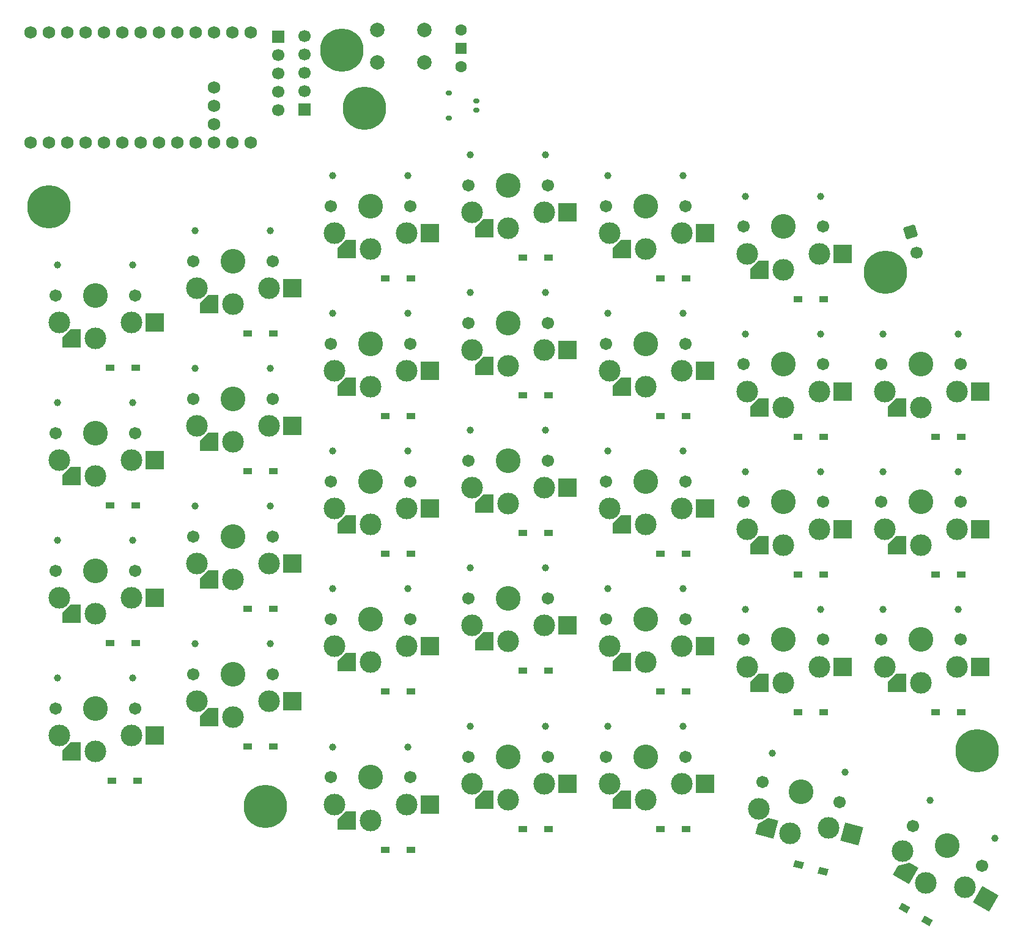
<source format=gbr>
%TF.GenerationSoftware,KiCad,Pcbnew,9.0.1*%
%TF.CreationDate,2025-08-18T00:19:21+02:00*%
%TF.ProjectId,LuMo,4c754d6f-2e6b-4696-9361-645f70636258,rev?*%
%TF.SameCoordinates,Original*%
%TF.FileFunction,Soldermask,Top*%
%TF.FilePolarity,Negative*%
%FSLAX46Y46*%
G04 Gerber Fmt 4.6, Leading zero omitted, Abs format (unit mm)*
G04 Created by KiCad (PCBNEW 9.0.1) date 2025-08-18 00:19:21*
%MOMM*%
%LPD*%
G01*
G04 APERTURE LIST*
G04 Aperture macros list*
%AMRoundRect*
0 Rectangle with rounded corners*
0 $1 Rounding radius*
0 $2 $3 $4 $5 $6 $7 $8 $9 X,Y pos of 4 corners*
0 Add a 4 corners polygon primitive as box body*
4,1,4,$2,$3,$4,$5,$6,$7,$8,$9,$2,$3,0*
0 Add four circle primitives for the rounded corners*
1,1,$1+$1,$2,$3*
1,1,$1+$1,$4,$5*
1,1,$1+$1,$6,$7*
1,1,$1+$1,$8,$9*
0 Add four rect primitives between the rounded corners*
20,1,$1+$1,$2,$3,$4,$5,0*
20,1,$1+$1,$4,$5,$6,$7,0*
20,1,$1+$1,$6,$7,$8,$9,0*
20,1,$1+$1,$8,$9,$2,$3,0*%
%AMRotRect*
0 Rectangle, with rotation*
0 The origin of the aperture is its center*
0 $1 length*
0 $2 width*
0 $3 Rotation angle, in degrees counterclockwise*
0 Add horizontal line*
21,1,$1,$2,0,0,$3*%
%AMOutline5P*
0 Free polygon, 5 corners , with rotation*
0 The origin of the aperture is its center*
0 number of corners: always 5*
0 $1 to $10 corner X, Y*
0 $11 Rotation angle, in degrees counterclockwise*
0 create outline with 5 corners*
4,1,5,$1,$2,$3,$4,$5,$6,$7,$8,$9,$10,$1,$2,$11*%
%AMOutline6P*
0 Free polygon, 6 corners , with rotation*
0 The origin of the aperture is its center*
0 number of corners: always 6*
0 $1 to $12 corner X, Y*
0 $13 Rotation angle, in degrees counterclockwise*
0 create outline with 6 corners*
4,1,6,$1,$2,$3,$4,$5,$6,$7,$8,$9,$10,$11,$12,$1,$2,$13*%
%AMOutline7P*
0 Free polygon, 7 corners , with rotation*
0 The origin of the aperture is its center*
0 number of corners: always 7*
0 $1 to $14 corner X, Y*
0 $15 Rotation angle, in degrees counterclockwise*
0 create outline with 7 corners*
4,1,7,$1,$2,$3,$4,$5,$6,$7,$8,$9,$10,$11,$12,$13,$14,$1,$2,$15*%
%AMOutline8P*
0 Free polygon, 8 corners , with rotation*
0 The origin of the aperture is its center*
0 number of corners: always 8*
0 $1 to $16 corner X, Y*
0 $17 Rotation angle, in degrees counterclockwise*
0 create outline with 8 corners*
4,1,8,$1,$2,$3,$4,$5,$6,$7,$8,$9,$10,$11,$12,$13,$14,$15,$16,$1,$2,$17*%
G04 Aperture macros list end*
%ADD10C,1.752600*%
%ADD11R,1.700000X1.700000*%
%ADD12C,1.700000*%
%ADD13C,2.000000*%
%ADD14R,1.500000X1.500000*%
%ADD15C,1.600000*%
%ADD16RoundRect,0.250000X-0.745701X0.404883X-0.404883X-0.745701X0.745701X-0.404883X0.404883X0.745701X0*%
%ADD17R,1.300000X0.950000*%
%ADD18R,2.600000X2.600000*%
%ADD19Outline5P,-1.300000X0.130000X-0.130000X1.300000X1.300000X1.300000X1.300000X-1.300000X-1.300000X-1.300000X0.000000*%
%ADD20C,1.701800*%
%ADD21C,0.990600*%
%ADD22C,3.000000*%
%ADD23C,3.429000*%
%ADD24RotRect,1.300000X0.950000X150.000000*%
%ADD25RotRect,1.300000X0.950000X165.000000*%
%ADD26C,6.000000*%
%ADD27Outline5P,-1.300000X0.130000X-0.130000X1.300000X1.300000X1.300000X1.300000X-1.300000X-1.300000X-1.300000X345.000000*%
%ADD28RotRect,2.600000X2.600000X345.000000*%
%ADD29Outline5P,-1.300000X0.130000X-0.130000X1.300000X1.300000X1.300000X1.300000X-1.300000X-1.300000X-1.300000X330.000000*%
%ADD30RotRect,2.600000X2.600000X330.000000*%
%ADD31RoundRect,0.150000X-0.275000X0.150000X-0.275000X-0.150000X0.275000X-0.150000X0.275000X0.150000X0*%
%ADD32RoundRect,0.175000X-0.225000X0.175000X-0.225000X-0.175000X0.225000X-0.175000X0.225000X0.175000X0*%
G04 APERTURE END LIST*
D10*
%TO.C,U1*%
X64390000Y-33500000D03*
X64390000Y-36040000D03*
X64390000Y-38580000D03*
X38990000Y-25880000D03*
X41530000Y-25880000D03*
X44070000Y-25880000D03*
X46610000Y-25880000D03*
X49150000Y-25880000D03*
X51690000Y-25880000D03*
X54230000Y-25880000D03*
X56770000Y-25880000D03*
X59310000Y-25880000D03*
X61850000Y-25880000D03*
X64390000Y-25880000D03*
X66930000Y-25880000D03*
X69470000Y-25880000D03*
X69470000Y-41120000D03*
X66930000Y-41120000D03*
X64390000Y-41120000D03*
X61850000Y-41120000D03*
X59310000Y-41120000D03*
X56770000Y-41120000D03*
X54230000Y-41120000D03*
X51690000Y-41120000D03*
X49150000Y-41120000D03*
X46610000Y-41120000D03*
X44070000Y-41120000D03*
X41530000Y-41120000D03*
X38990000Y-41120000D03*
%TD*%
D11*
%TO.C,J2*%
X73300000Y-26460000D03*
D12*
X73300000Y-29000000D03*
X73300000Y-31540000D03*
X73300000Y-34080000D03*
X73300000Y-36620000D03*
%TD*%
D11*
%TO.C,J5*%
X76875000Y-36550000D03*
D12*
X76875000Y-34010000D03*
X76875000Y-31470000D03*
X76875000Y-28930000D03*
X76875000Y-26390000D03*
%TD*%
D13*
%TO.C,SW33*%
X87000000Y-25500000D03*
X93500000Y-25500000D03*
X87000000Y-30000000D03*
X93500000Y-30000000D03*
%TD*%
D14*
%TO.C,SWI1*%
X98600000Y-28100000D03*
D15*
X98600000Y-30640000D03*
X98600000Y-25560000D03*
%TD*%
D12*
%TO.C,J4*%
X161663406Y-56368241D03*
D16*
X160811360Y-53491781D03*
%TD*%
D17*
%TO.C,D29*%
X126200000Y-136100000D03*
X129750000Y-136100000D03*
%TD*%
%TO.C,D27*%
X50200000Y-129432500D03*
X53750000Y-129432500D03*
%TD*%
%TO.C,D22*%
X88050000Y-117050000D03*
X91600000Y-117050000D03*
%TD*%
D18*
%TO.C,SW21*%
X113345000Y-107942500D03*
D19*
X101795000Y-110142500D03*
D20*
X110570000Y-104192500D03*
D21*
X110290000Y-99992500D03*
D22*
X110070000Y-107942500D03*
X105070000Y-110142500D03*
D23*
X105070000Y-104192500D03*
D22*
X100070000Y-107942500D03*
D21*
X99850000Y-99992500D03*
D20*
X99570000Y-104192500D03*
%TD*%
D17*
%TO.C,D15*%
X88050000Y-98000000D03*
X91600000Y-98000000D03*
%TD*%
D18*
%TO.C,SW3*%
X132395000Y-53650000D03*
D19*
X120845000Y-55850000D03*
D20*
X129620000Y-49900000D03*
D21*
X129340000Y-45700000D03*
D22*
X129120000Y-53650000D03*
X124120000Y-55850000D03*
D23*
X124120000Y-49900000D03*
D22*
X119120000Y-53650000D03*
D21*
X118900000Y-45700000D03*
D20*
X118620000Y-49900000D03*
%TD*%
D17*
%TO.C,D5*%
X72550000Y-67520000D03*
X69000000Y-67520000D03*
%TD*%
%TO.C,D19*%
X72550000Y-105620000D03*
X69000000Y-105620000D03*
%TD*%
%TO.C,D8*%
X91600000Y-78950000D03*
X88050000Y-78950000D03*
%TD*%
%TO.C,D2*%
X91600000Y-59900000D03*
X88050000Y-59900000D03*
%TD*%
%TO.C,D24*%
X148750000Y-119907500D03*
X145200000Y-119907500D03*
%TD*%
%TO.C,D9*%
X129700000Y-78950000D03*
X126150000Y-78950000D03*
%TD*%
%TO.C,D25*%
X167800000Y-119907500D03*
X164250000Y-119907500D03*
%TD*%
%TO.C,D12*%
X72550000Y-86570000D03*
X69000000Y-86570000D03*
%TD*%
%TO.C,D18*%
X167800000Y-100857500D03*
X164250000Y-100857500D03*
%TD*%
%TO.C,D4*%
X148750000Y-62757500D03*
X145200000Y-62757500D03*
%TD*%
%TO.C,D20*%
X53500000Y-110382500D03*
X49950000Y-110382500D03*
%TD*%
%TO.C,D21*%
X110650000Y-114192500D03*
X107100000Y-114192500D03*
%TD*%
%TO.C,D10*%
X148750000Y-81807500D03*
X145200000Y-81807500D03*
%TD*%
%TO.C,D14*%
X110650000Y-95142500D03*
X107100000Y-95142500D03*
%TD*%
%TO.C,D23*%
X129700000Y-117050000D03*
X126150000Y-117050000D03*
%TD*%
%TO.C,D1*%
X110650000Y-57042500D03*
X107100000Y-57042500D03*
%TD*%
%TO.C,D6*%
X53500000Y-72282500D03*
X49950000Y-72282500D03*
%TD*%
%TO.C,D17*%
X148750000Y-100857500D03*
X145200000Y-100857500D03*
%TD*%
%TO.C,D28*%
X110700000Y-136100000D03*
X107150000Y-136100000D03*
%TD*%
%TO.C,D26*%
X72550000Y-124670000D03*
X69000000Y-124670000D03*
%TD*%
%TO.C,D11*%
X167800000Y-81807500D03*
X164250000Y-81807500D03*
%TD*%
D24*
%TO.C,D32*%
X163074390Y-148775000D03*
X160000000Y-147000000D03*
%TD*%
D17*
%TO.C,D16*%
X129700000Y-98000000D03*
X126150000Y-98000000D03*
%TD*%
%TO.C,D30*%
X91650000Y-138957500D03*
X88100000Y-138957500D03*
%TD*%
%TO.C,D13*%
X53500000Y-91332500D03*
X49950000Y-91332500D03*
%TD*%
D25*
%TO.C,D31*%
X148714518Y-141959404D03*
X145285482Y-141040596D03*
%TD*%
D17*
%TO.C,D7*%
X110650000Y-76092500D03*
X107100000Y-76092500D03*
%TD*%
%TO.C,D3*%
X129700000Y-59900000D03*
X126150000Y-59900000D03*
%TD*%
D26*
%TO.C,H3*%
X170000000Y-125300000D03*
%TD*%
D20*
%TO.C,SW31*%
X140320306Y-129562614D03*
D21*
X141677805Y-125578195D03*
D22*
X139832697Y-133314246D03*
D23*
X145632898Y-130986119D03*
D22*
X144092925Y-136733378D03*
X149491956Y-135902436D03*
D21*
X151762071Y-128280266D03*
D20*
X150945490Y-132409624D03*
D27*
X140929518Y-135885745D03*
D28*
X152655363Y-136750068D03*
%TD*%
D20*
%TO.C,SW4*%
X137670000Y-52757500D03*
D21*
X137950000Y-48557500D03*
D22*
X138170000Y-56507500D03*
D23*
X143170000Y-52757500D03*
D22*
X143170000Y-58707500D03*
X148170000Y-56507500D03*
D21*
X148390000Y-48557500D03*
D20*
X148670000Y-52757500D03*
D19*
X139895000Y-58707500D03*
D18*
X151445000Y-56507500D03*
%TD*%
D20*
%TO.C,SW29*%
X118620000Y-126100000D03*
D21*
X118900000Y-121900000D03*
D22*
X119120000Y-129850000D03*
D23*
X124120000Y-126100000D03*
D22*
X124120000Y-132050000D03*
X129120000Y-129850000D03*
D21*
X129340000Y-121900000D03*
D20*
X129620000Y-126100000D03*
D19*
X120845000Y-132050000D03*
D18*
X132395000Y-129850000D03*
%TD*%
D20*
%TO.C,SW13*%
X42420000Y-81332500D03*
D21*
X42700000Y-77132500D03*
D22*
X42920000Y-85082500D03*
D23*
X47920000Y-81332500D03*
D22*
X47920000Y-87282500D03*
X52920000Y-85082500D03*
D21*
X53140000Y-77132500D03*
D20*
X53420000Y-81332500D03*
D19*
X44645000Y-87282500D03*
D18*
X56195000Y-85082500D03*
%TD*%
D20*
%TO.C,SW25*%
X156720000Y-109907500D03*
D21*
X157000000Y-105707500D03*
D22*
X157220000Y-113657500D03*
D23*
X162220000Y-109907500D03*
D22*
X162220000Y-115857500D03*
X167220000Y-113657500D03*
D21*
X167440000Y-105707500D03*
D20*
X167720000Y-109907500D03*
D19*
X158945000Y-115857500D03*
D18*
X170495000Y-113657500D03*
%TD*%
D20*
%TO.C,SW26*%
X61470000Y-114670000D03*
D21*
X61750000Y-110470000D03*
D22*
X61970000Y-118420000D03*
D23*
X66970000Y-114670000D03*
D22*
X66970000Y-120620000D03*
X71970000Y-118420000D03*
D21*
X72190000Y-110470000D03*
D20*
X72470000Y-114670000D03*
D19*
X63695000Y-120620000D03*
D18*
X75245000Y-118420000D03*
%TD*%
D20*
%TO.C,SW28*%
X99570000Y-126100000D03*
D21*
X99850000Y-121900000D03*
D22*
X100070000Y-129850000D03*
D23*
X105070000Y-126100000D03*
D22*
X105070000Y-132050000D03*
X110070000Y-129850000D03*
D21*
X110290000Y-121900000D03*
D20*
X110570000Y-126100000D03*
D19*
X101795000Y-132050000D03*
D18*
X113345000Y-129850000D03*
%TD*%
D20*
%TO.C,SW30*%
X80520000Y-128957500D03*
D21*
X80800000Y-124757500D03*
D22*
X81020000Y-132707500D03*
D23*
X86020000Y-128957500D03*
D22*
X86020000Y-134907500D03*
X91020000Y-132707500D03*
D21*
X91240000Y-124757500D03*
D20*
X91520000Y-128957500D03*
D19*
X82745000Y-134907500D03*
D18*
X94295000Y-132707500D03*
%TD*%
D26*
%TO.C,H5*%
X82100000Y-28300000D03*
%TD*%
D20*
%TO.C,SW32*%
X161148411Y-135664114D03*
D21*
X163490898Y-132166807D03*
D22*
X159706424Y-139161709D03*
D23*
X165911551Y-138414114D03*
D22*
X162936551Y-143566965D03*
X168366678Y-144161709D03*
D21*
X172532204Y-137386807D03*
D20*
X170674691Y-141164114D03*
D29*
X160100318Y-141929465D03*
D30*
X171202911Y-145799209D03*
%TD*%
D20*
%TO.C,SW16*%
X118620000Y-88000000D03*
D21*
X118900000Y-83800000D03*
D22*
X119120000Y-91750000D03*
D23*
X124120000Y-88000000D03*
D22*
X124120000Y-93950000D03*
X129120000Y-91750000D03*
D21*
X129340000Y-83800000D03*
D20*
X129620000Y-88000000D03*
D19*
X120845000Y-93950000D03*
D18*
X132395000Y-91750000D03*
%TD*%
D20*
%TO.C,SW14*%
X99570000Y-85142500D03*
D21*
X99850000Y-80942500D03*
D22*
X100070000Y-88892500D03*
D23*
X105070000Y-85142500D03*
D22*
X105070000Y-91092500D03*
X110070000Y-88892500D03*
D21*
X110290000Y-80942500D03*
D20*
X110570000Y-85142500D03*
D19*
X101795000Y-91092500D03*
D18*
X113345000Y-88892500D03*
%TD*%
D20*
%TO.C,SW9*%
X118620000Y-68950000D03*
D21*
X118900000Y-64750000D03*
D22*
X119120000Y-72700000D03*
D23*
X124120000Y-68950000D03*
D22*
X124120000Y-74900000D03*
X129120000Y-72700000D03*
D21*
X129340000Y-64750000D03*
D20*
X129620000Y-68950000D03*
D19*
X120845000Y-74900000D03*
D18*
X132395000Y-72700000D03*
%TD*%
D20*
%TO.C,SW2*%
X80520000Y-49900000D03*
D21*
X80800000Y-45700000D03*
D22*
X81020000Y-53650000D03*
D23*
X86020000Y-49900000D03*
D22*
X86020000Y-55850000D03*
X91020000Y-53650000D03*
D21*
X91240000Y-45700000D03*
D20*
X91520000Y-49900000D03*
D19*
X82745000Y-55850000D03*
D18*
X94295000Y-53650000D03*
%TD*%
D26*
%TO.C,H6*%
X85200000Y-36400000D03*
%TD*%
D20*
%TO.C,SW19*%
X61470000Y-95620000D03*
D21*
X61750000Y-91420000D03*
D22*
X61970000Y-99370000D03*
D23*
X66970000Y-95620000D03*
D22*
X66970000Y-101570000D03*
X71970000Y-99370000D03*
D21*
X72190000Y-91420000D03*
D20*
X72470000Y-95620000D03*
D19*
X63695000Y-101570000D03*
D18*
X75245000Y-99370000D03*
%TD*%
D20*
%TO.C,SW20*%
X42420000Y-100382500D03*
D21*
X42700000Y-96182500D03*
D22*
X42920000Y-104132500D03*
D23*
X47920000Y-100382500D03*
D22*
X47920000Y-106332500D03*
X52920000Y-104132500D03*
D21*
X53140000Y-96182500D03*
D20*
X53420000Y-100382500D03*
D19*
X44645000Y-106332500D03*
D18*
X56195000Y-104132500D03*
%TD*%
D20*
%TO.C,SW18*%
X156720000Y-90857500D03*
D21*
X157000000Y-86657500D03*
D22*
X157220000Y-94607500D03*
D23*
X162220000Y-90857500D03*
D22*
X162220000Y-96807500D03*
X167220000Y-94607500D03*
D21*
X167440000Y-86657500D03*
D20*
X167720000Y-90857500D03*
D19*
X158945000Y-96807500D03*
D18*
X170495000Y-94607500D03*
%TD*%
D20*
%TO.C,SW17*%
X137670000Y-90857500D03*
D21*
X137950000Y-86657500D03*
D22*
X138170000Y-94607500D03*
D23*
X143170000Y-90857500D03*
D22*
X143170000Y-96807500D03*
X148170000Y-94607500D03*
D21*
X148390000Y-86657500D03*
D20*
X148670000Y-90857500D03*
D19*
X139895000Y-96807500D03*
D18*
X151445000Y-94607500D03*
%TD*%
D20*
%TO.C,SW6*%
X42420000Y-62282500D03*
D21*
X42700000Y-58082500D03*
D22*
X42920000Y-66032500D03*
D23*
X47920000Y-62282500D03*
D22*
X47920000Y-68232500D03*
X52920000Y-66032500D03*
D21*
X53140000Y-58082500D03*
D20*
X53420000Y-62282500D03*
D19*
X44645000Y-68232500D03*
D18*
X56195000Y-66032500D03*
%TD*%
D26*
%TO.C,H1*%
X41500000Y-50000000D03*
%TD*%
D20*
%TO.C,SW8*%
X80520000Y-68950000D03*
D21*
X80800000Y-64750000D03*
D22*
X81020000Y-72700000D03*
D23*
X86020000Y-68950000D03*
D22*
X86020000Y-74900000D03*
X91020000Y-72700000D03*
D21*
X91240000Y-64750000D03*
D20*
X91520000Y-68950000D03*
D19*
X82745000Y-74900000D03*
D18*
X94295000Y-72700000D03*
%TD*%
D20*
%TO.C,SW11*%
X156720000Y-71807500D03*
D21*
X157000000Y-67607500D03*
D22*
X157220000Y-75557500D03*
D23*
X162220000Y-71807500D03*
D22*
X162220000Y-77757500D03*
X167220000Y-75557500D03*
D21*
X167440000Y-67607500D03*
D20*
X167720000Y-71807500D03*
D19*
X158945000Y-77757500D03*
D18*
X170495000Y-75557500D03*
%TD*%
D20*
%TO.C,SW15*%
X80520000Y-88000000D03*
D21*
X80800000Y-83800000D03*
D22*
X81020000Y-91750000D03*
D23*
X86020000Y-88000000D03*
D22*
X86020000Y-93950000D03*
X91020000Y-91750000D03*
D21*
X91240000Y-83800000D03*
D20*
X91520000Y-88000000D03*
D19*
X82745000Y-93950000D03*
D18*
X94295000Y-91750000D03*
%TD*%
D20*
%TO.C,SW10*%
X137670000Y-71807500D03*
D21*
X137950000Y-67607500D03*
D22*
X138170000Y-75557500D03*
D23*
X143170000Y-71807500D03*
D22*
X143170000Y-77757500D03*
X148170000Y-75557500D03*
D21*
X148390000Y-67607500D03*
D20*
X148670000Y-71807500D03*
D19*
X139895000Y-77757500D03*
D18*
X151445000Y-75557500D03*
%TD*%
D20*
%TO.C,SW12*%
X61470000Y-76570000D03*
D21*
X61750000Y-72370000D03*
D22*
X61970000Y-80320000D03*
D23*
X66970000Y-76570000D03*
D22*
X66970000Y-82520000D03*
X71970000Y-80320000D03*
D21*
X72190000Y-72370000D03*
D20*
X72470000Y-76570000D03*
D19*
X63695000Y-82520000D03*
D18*
X75245000Y-80320000D03*
%TD*%
D20*
%TO.C,SW7*%
X99570000Y-66092500D03*
D21*
X99850000Y-61892500D03*
D22*
X100070000Y-69842500D03*
D23*
X105070000Y-66092500D03*
D22*
X105070000Y-72042500D03*
X110070000Y-69842500D03*
D21*
X110290000Y-61892500D03*
D20*
X110570000Y-66092500D03*
D19*
X101795000Y-72042500D03*
D18*
X113345000Y-69842500D03*
%TD*%
D20*
%TO.C,SW27*%
X42420000Y-119432500D03*
D21*
X42700000Y-115232500D03*
D22*
X42920000Y-123182500D03*
D23*
X47920000Y-119432500D03*
D22*
X47920000Y-125382500D03*
X52920000Y-123182500D03*
D21*
X53140000Y-115232500D03*
D20*
X53420000Y-119432500D03*
D19*
X44645000Y-125382500D03*
D18*
X56195000Y-123182500D03*
%TD*%
D20*
%TO.C,SW22*%
X80520000Y-107050000D03*
D21*
X80800000Y-102850000D03*
D22*
X81020000Y-110800000D03*
D23*
X86020000Y-107050000D03*
D22*
X86020000Y-113000000D03*
X91020000Y-110800000D03*
D21*
X91240000Y-102850000D03*
D20*
X91520000Y-107050000D03*
D19*
X82745000Y-113000000D03*
D18*
X94295000Y-110800000D03*
%TD*%
D20*
%TO.C,SW23*%
X118620000Y-107050000D03*
D21*
X118900000Y-102850000D03*
D22*
X119120000Y-110800000D03*
D23*
X124120000Y-107050000D03*
D22*
X124120000Y-113000000D03*
X129120000Y-110800000D03*
D21*
X129340000Y-102850000D03*
D20*
X129620000Y-107050000D03*
D19*
X120845000Y-113000000D03*
D18*
X132395000Y-110800000D03*
%TD*%
D20*
%TO.C,SW1*%
X99570000Y-47042500D03*
D21*
X99850000Y-42842500D03*
D22*
X100070000Y-50792500D03*
D23*
X105070000Y-47042500D03*
D22*
X105070000Y-52992500D03*
X110070000Y-50792500D03*
D21*
X110290000Y-42842500D03*
D20*
X110570000Y-47042500D03*
D19*
X101795000Y-52992500D03*
D18*
X113345000Y-50792500D03*
%TD*%
D31*
%TO.C,J1*%
X100700000Y-35400000D03*
X100700000Y-36600000D03*
D32*
X96925000Y-34250000D03*
X96925000Y-37750000D03*
%TD*%
D26*
%TO.C,H4*%
X71500000Y-133000000D03*
%TD*%
%TO.C,H2*%
X157300000Y-59100000D03*
%TD*%
D20*
%TO.C,SW24*%
X137670000Y-109907500D03*
D21*
X137950000Y-105707500D03*
D22*
X138170000Y-113657500D03*
D23*
X143170000Y-109907500D03*
D22*
X143170000Y-115857500D03*
X148170000Y-113657500D03*
D21*
X148390000Y-105707500D03*
D20*
X148670000Y-109907500D03*
D19*
X139895000Y-115857500D03*
D18*
X151445000Y-113657500D03*
%TD*%
D20*
%TO.C,SW5*%
X61470000Y-57520000D03*
D21*
X61750000Y-53320000D03*
D22*
X61970000Y-61270000D03*
D23*
X66970000Y-57520000D03*
D22*
X66970000Y-63470000D03*
X71970000Y-61270000D03*
D21*
X72190000Y-53320000D03*
D20*
X72470000Y-57520000D03*
D19*
X63695000Y-63470000D03*
D18*
X75245000Y-61270000D03*
%TD*%
M02*

</source>
